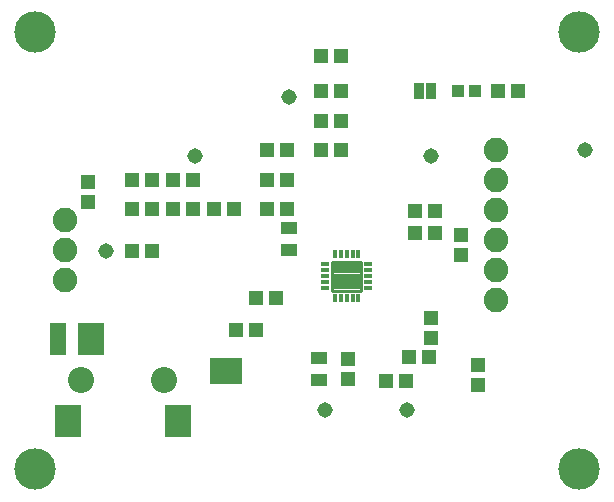
<source format=gts>
G75*
%MOIN*%
%OFA0B0*%
%FSLAX25Y25*%
%IPPOS*%
%LPD*%
%AMOC8*
5,1,8,0,0,1.08239X$1,22.5*
%
%ADD10R,0.04737X0.05131*%
%ADD11R,0.05131X0.04737*%
%ADD12R,0.05524X0.03950*%
%ADD13R,0.03950X0.03950*%
%ADD14C,0.08200*%
%ADD15R,0.08674X0.10643*%
%ADD16R,0.10643X0.08674*%
%ADD17R,0.05524X0.10643*%
%ADD18C,0.08674*%
%ADD19R,0.03300X0.05800*%
%ADD20C,0.13800*%
%ADD21R,0.02769X0.01784*%
%ADD22R,0.01784X0.02769*%
%ADD23C,0.01064*%
%ADD24C,0.05156*%
D10*
X0117942Y0043729D03*
X0117942Y0050422D03*
X0145501Y0057509D03*
X0145501Y0064202D03*
X0161249Y0048454D03*
X0161249Y0041761D03*
X0155343Y0085068D03*
X0155343Y0091761D03*
X0031328Y0102784D03*
X0031328Y0109477D03*
D11*
X0045698Y0110068D03*
X0052391Y0110068D03*
X0059477Y0110068D03*
X0066170Y0110068D03*
X0066170Y0100225D03*
X0059477Y0100225D03*
X0052391Y0100225D03*
X0045698Y0100225D03*
X0045698Y0086446D03*
X0052391Y0086446D03*
X0073257Y0100225D03*
X0079950Y0100225D03*
X0090973Y0100225D03*
X0097666Y0100225D03*
X0097666Y0110068D03*
X0090973Y0110068D03*
X0090973Y0119910D03*
X0097666Y0119910D03*
X0108712Y0119910D03*
X0115405Y0119910D03*
X0115518Y0129753D03*
X0108825Y0129753D03*
X0108690Y0139595D03*
X0115383Y0139595D03*
X0115383Y0151406D03*
X0108690Y0151406D03*
X0167745Y0139595D03*
X0174438Y0139595D03*
X0146859Y0099795D03*
X0140166Y0099795D03*
X0140186Y0092351D03*
X0146879Y0092351D03*
X0144910Y0051013D03*
X0138217Y0051013D03*
X0137036Y0043139D03*
X0130343Y0043139D03*
X0093729Y0070698D03*
X0087036Y0070698D03*
X0087333Y0059932D03*
X0080640Y0059932D03*
D12*
X0108099Y0050619D03*
X0108099Y0043532D03*
X0098257Y0086839D03*
X0098257Y0093926D03*
D13*
X0154359Y0139595D03*
X0160265Y0139595D03*
D14*
X0167107Y0119930D03*
X0167107Y0109930D03*
X0167107Y0099930D03*
X0167107Y0089930D03*
X0167107Y0079930D03*
X0167107Y0069930D03*
X0023454Y0076603D03*
X0023454Y0086603D03*
X0023454Y0096603D03*
D15*
X0032070Y0056906D03*
X0024590Y0029741D03*
X0061204Y0029741D03*
D16*
X0077149Y0046276D03*
D17*
X0021046Y0056906D03*
D18*
X0028920Y0043324D03*
X0056479Y0043324D03*
D19*
X0141532Y0139595D03*
X0145532Y0139595D03*
D20*
X0013611Y0013611D03*
X0013611Y0159280D03*
X0194713Y0159280D03*
X0194713Y0013611D03*
D21*
X0124654Y0074056D03*
X0124654Y0076024D03*
X0124654Y0077993D03*
X0124654Y0079961D03*
X0124654Y0081930D03*
X0110087Y0081930D03*
X0110087Y0079961D03*
X0110087Y0077993D03*
X0110087Y0076024D03*
X0110087Y0074056D03*
D22*
X0113434Y0070709D03*
X0115402Y0070709D03*
X0117371Y0070709D03*
X0119339Y0070709D03*
X0121308Y0070709D03*
X0121308Y0085276D03*
X0119339Y0085276D03*
X0117371Y0085276D03*
X0115402Y0085276D03*
X0113434Y0085276D03*
D23*
X0112582Y0073204D02*
X0122160Y0073204D01*
X0112582Y0073204D02*
X0112582Y0082782D01*
X0122160Y0082782D01*
X0122160Y0073204D01*
X0122160Y0074267D02*
X0112582Y0074267D01*
X0112582Y0075330D02*
X0122160Y0075330D01*
X0122160Y0076393D02*
X0112582Y0076393D01*
X0112582Y0077456D02*
X0122160Y0077456D01*
X0122160Y0078519D02*
X0112582Y0078519D01*
X0112582Y0079582D02*
X0122160Y0079582D01*
X0122160Y0080645D02*
X0112582Y0080645D01*
X0112582Y0081708D02*
X0122160Y0081708D01*
X0122160Y0082771D02*
X0112582Y0082771D01*
D24*
X0145501Y0117942D03*
X0098257Y0137627D03*
X0066761Y0117942D03*
X0037233Y0086446D03*
X0110068Y0033296D03*
X0137627Y0033296D03*
X0196682Y0119910D03*
M02*

</source>
